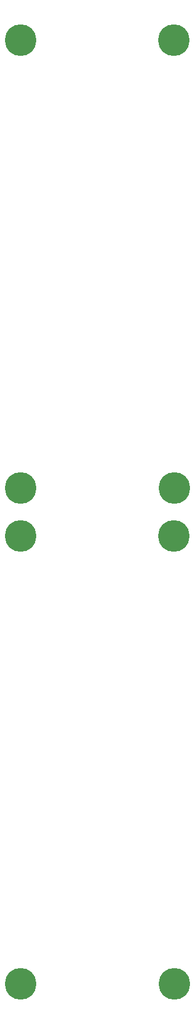
<source format=gbr>
G04 #@! TF.GenerationSoftware,KiCad,Pcbnew,(6.0.5)*
G04 #@! TF.CreationDate,2022-09-16T15:24:00+12:00*
G04 #@! TF.ProjectId,covers,636f7665-7273-42e6-9b69-6361645f7063,rev?*
G04 #@! TF.SameCoordinates,Original*
G04 #@! TF.FileFunction,Soldermask,Bot*
G04 #@! TF.FilePolarity,Negative*
%FSLAX46Y46*%
G04 Gerber Fmt 4.6, Leading zero omitted, Abs format (unit mm)*
G04 Created by KiCad (PCBNEW (6.0.5)) date 2022-09-16 15:24:00*
%MOMM*%
%LPD*%
G01*
G04 APERTURE LIST*
%ADD10C,4.802000*%
G04 APERTURE END LIST*
D10*
X132200000Y-110050000D03*
X108800000Y-110050000D03*
X132150000Y-42050000D03*
X108800000Y-42050000D03*
X108800000Y-117300000D03*
X132150000Y-117300000D03*
X108800000Y-185300000D03*
X132200000Y-185300000D03*
M02*

</source>
